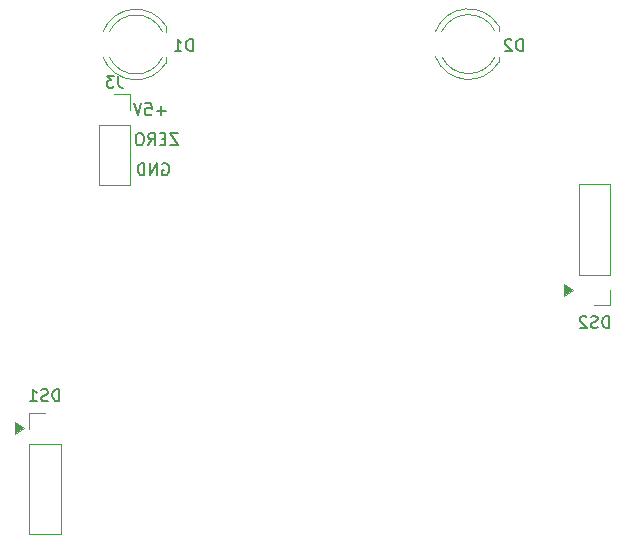
<source format=gbr>
%TF.GenerationSoftware,KiCad,Pcbnew,(5.1.9)-1*%
%TF.CreationDate,2021-09-08T17:50:27-06:00*%
%TF.ProjectId,standby_altimeter,7374616e-6462-4795-9f61-6c74696d6574,rev?*%
%TF.SameCoordinates,Original*%
%TF.FileFunction,Legend,Bot*%
%TF.FilePolarity,Positive*%
%FSLAX46Y46*%
G04 Gerber Fmt 4.6, Leading zero omitted, Abs format (unit mm)*
G04 Created by KiCad (PCBNEW (5.1.9)-1) date 2021-09-08 17:50:27*
%MOMM*%
%LPD*%
G01*
G04 APERTURE LIST*
%ADD10C,0.100000*%
%ADD11C,0.150000*%
%ADD12C,0.120000*%
G04 APERTURE END LIST*
D10*
G36*
X211787515Y-89675452D02*
G01*
X211025515Y-90183452D01*
X211025515Y-89167452D01*
X211787515Y-89675452D01*
G37*
X211787515Y-89675452D02*
X211025515Y-90183452D01*
X211025515Y-89167452D01*
X211787515Y-89675452D01*
G36*
X165305515Y-101359452D02*
G01*
X164543515Y-101867452D01*
X164543515Y-100851452D01*
X165305515Y-101359452D01*
G37*
X165305515Y-101359452D02*
X164543515Y-101867452D01*
X164543515Y-100851452D01*
X165305515Y-101359452D01*
D11*
X176989419Y-79015452D02*
X177084657Y-78967832D01*
X177227515Y-78967832D01*
X177370372Y-79015452D01*
X177465610Y-79110690D01*
X177513229Y-79205928D01*
X177560848Y-79396404D01*
X177560848Y-79539261D01*
X177513229Y-79729737D01*
X177465610Y-79824975D01*
X177370372Y-79920213D01*
X177227515Y-79967832D01*
X177132276Y-79967832D01*
X176989419Y-79920213D01*
X176941800Y-79872594D01*
X176941800Y-79539261D01*
X177132276Y-79539261D01*
X176513229Y-79967832D02*
X176513229Y-78967832D01*
X175941800Y-79967832D01*
X175941800Y-78967832D01*
X175465610Y-79967832D02*
X175465610Y-78967832D01*
X175227515Y-78967832D01*
X175084657Y-79015452D01*
X174989419Y-79110690D01*
X174941800Y-79205928D01*
X174894181Y-79396404D01*
X174894181Y-79539261D01*
X174941800Y-79729737D01*
X174989419Y-79824975D01*
X175084657Y-79920213D01*
X175227515Y-79967832D01*
X175465610Y-79967832D01*
X178291038Y-76427832D02*
X177624372Y-76427832D01*
X178291038Y-77427832D01*
X177624372Y-77427832D01*
X177243419Y-76904023D02*
X176910086Y-76904023D01*
X176767229Y-77427832D02*
X177243419Y-77427832D01*
X177243419Y-76427832D01*
X176767229Y-76427832D01*
X175767229Y-77427832D02*
X176100562Y-76951642D01*
X176338657Y-77427832D02*
X176338657Y-76427832D01*
X175957705Y-76427832D01*
X175862467Y-76475452D01*
X175814848Y-76523071D01*
X175767229Y-76618309D01*
X175767229Y-76761166D01*
X175814848Y-76856404D01*
X175862467Y-76904023D01*
X175957705Y-76951642D01*
X176338657Y-76951642D01*
X175148181Y-76427832D02*
X174957705Y-76427832D01*
X174862467Y-76475452D01*
X174767229Y-76570690D01*
X174719610Y-76761166D01*
X174719610Y-77094499D01*
X174767229Y-77284975D01*
X174862467Y-77380213D01*
X174957705Y-77427832D01*
X175148181Y-77427832D01*
X175243419Y-77380213D01*
X175338657Y-77284975D01*
X175386276Y-77094499D01*
X175386276Y-76761166D01*
X175338657Y-76570690D01*
X175243419Y-76475452D01*
X175148181Y-76427832D01*
X177259229Y-74506880D02*
X176497324Y-74506880D01*
X176878276Y-74887832D02*
X176878276Y-74125928D01*
X175544943Y-73887832D02*
X176021134Y-73887832D01*
X176068753Y-74364023D01*
X176021134Y-74316404D01*
X175925895Y-74268785D01*
X175687800Y-74268785D01*
X175592562Y-74316404D01*
X175544943Y-74364023D01*
X175497324Y-74459261D01*
X175497324Y-74697356D01*
X175544943Y-74792594D01*
X175592562Y-74840213D01*
X175687800Y-74887832D01*
X175925895Y-74887832D01*
X176021134Y-74840213D01*
X176068753Y-74792594D01*
X175211610Y-73887832D02*
X174878276Y-74887832D01*
X174544943Y-73887832D01*
D12*
%TO.C,D2*%
X200640328Y-69961003D02*
G75*
G03*
X205149491Y-69960574I2254479J1080429D01*
G01*
X200640328Y-67800145D02*
G75*
G02*
X205149491Y-67800574I2254479J-1080429D01*
G01*
X200106992Y-69961401D02*
G75*
G03*
X205454807Y-70425404I2787815J1080827D01*
G01*
X200106992Y-67799747D02*
G75*
G02*
X205454807Y-67335744I2787815J-1080827D01*
G01*
X205454807Y-67335574D02*
X205454807Y-67800574D01*
X205454807Y-69960574D02*
X205454807Y-70425574D01*
%TO.C,D1*%
X172484830Y-69993003D02*
G75*
G03*
X176993993Y-69992574I2254479J1080429D01*
G01*
X172484830Y-67832145D02*
G75*
G02*
X176993993Y-67832574I2254479J-1080429D01*
G01*
X171951494Y-69993401D02*
G75*
G03*
X177299309Y-70457404I2787815J1080827D01*
G01*
X171951494Y-67831747D02*
G75*
G02*
X177299309Y-67367744I2787815J-1080827D01*
G01*
X177299309Y-67367574D02*
X177299309Y-67832574D01*
X177299309Y-69992574D02*
X177299309Y-70457574D01*
%TO.C,J3*%
X174255515Y-73105452D02*
X172925515Y-73105452D01*
X174255515Y-74435452D02*
X174255515Y-73105452D01*
X174255515Y-75705452D02*
X171595515Y-75705452D01*
X171595515Y-75705452D02*
X171595515Y-80845452D01*
X174255515Y-75705452D02*
X174255515Y-80845452D01*
X174255515Y-80845452D02*
X171595515Y-80845452D01*
%TO.C,DS2*%
X213565515Y-91005452D02*
X214895515Y-91005452D01*
X214895515Y-91005452D02*
X214895515Y-89675452D01*
X214895515Y-88405452D02*
X214895515Y-80725452D01*
X212235515Y-80725452D02*
X214895515Y-80725452D01*
X212235515Y-88405452D02*
X212235515Y-80725452D01*
X212235515Y-88405452D02*
X214895515Y-88405452D01*
%TO.C,DS1*%
X167028601Y-100097091D02*
X165698601Y-100097091D01*
X165698601Y-100097091D02*
X165698601Y-101427091D01*
X165698601Y-102697091D02*
X165698601Y-110377091D01*
X168358601Y-110377091D02*
X165698601Y-110377091D01*
X168358601Y-102697091D02*
X168358601Y-110377091D01*
X168358601Y-102697091D02*
X165698601Y-102697091D01*
%TO.C,D2*%
D11*
X207480113Y-69465367D02*
X207480113Y-68465367D01*
X207242018Y-68465367D01*
X207099160Y-68512987D01*
X207003922Y-68608225D01*
X206956303Y-68703463D01*
X206908684Y-68893939D01*
X206908684Y-69036796D01*
X206956303Y-69227272D01*
X207003922Y-69322510D01*
X207099160Y-69417748D01*
X207242018Y-69465367D01*
X207480113Y-69465367D01*
X206527732Y-68560606D02*
X206480113Y-68512987D01*
X206384875Y-68465367D01*
X206146779Y-68465367D01*
X206051541Y-68512987D01*
X206003922Y-68560606D01*
X205956303Y-68655844D01*
X205956303Y-68751082D01*
X206003922Y-68893939D01*
X206575351Y-69465367D01*
X205956303Y-69465367D01*
%TO.C,D1*%
X179540113Y-69465367D02*
X179540113Y-68465367D01*
X179302018Y-68465367D01*
X179159160Y-68512987D01*
X179063922Y-68608225D01*
X179016303Y-68703463D01*
X178968684Y-68893939D01*
X178968684Y-69036796D01*
X179016303Y-69227272D01*
X179063922Y-69322510D01*
X179159160Y-69417748D01*
X179302018Y-69465367D01*
X179540113Y-69465367D01*
X178016303Y-69465367D02*
X178587732Y-69465367D01*
X178302018Y-69465367D02*
X178302018Y-68465367D01*
X178397256Y-68608225D01*
X178492494Y-68703463D01*
X178587732Y-68751082D01*
%TO.C,J3*%
X173258848Y-71557832D02*
X173258848Y-72272118D01*
X173306467Y-72414975D01*
X173401705Y-72510213D01*
X173544562Y-72557832D01*
X173639800Y-72557832D01*
X172877895Y-71557832D02*
X172258848Y-71557832D01*
X172592181Y-71938785D01*
X172449324Y-71938785D01*
X172354086Y-71986404D01*
X172306467Y-72034023D01*
X172258848Y-72129261D01*
X172258848Y-72367356D01*
X172306467Y-72462594D01*
X172354086Y-72510213D01*
X172449324Y-72557832D01*
X172735038Y-72557832D01*
X172830276Y-72510213D01*
X172877895Y-72462594D01*
%TO.C,DS2*%
X214779800Y-92897832D02*
X214779800Y-91897832D01*
X214541705Y-91897832D01*
X214398848Y-91945452D01*
X214303610Y-92040690D01*
X214255991Y-92135928D01*
X214208372Y-92326404D01*
X214208372Y-92469261D01*
X214255991Y-92659737D01*
X214303610Y-92754975D01*
X214398848Y-92850213D01*
X214541705Y-92897832D01*
X214779800Y-92897832D01*
X213827419Y-92850213D02*
X213684562Y-92897832D01*
X213446467Y-92897832D01*
X213351229Y-92850213D01*
X213303610Y-92802594D01*
X213255991Y-92707356D01*
X213255991Y-92612118D01*
X213303610Y-92516880D01*
X213351229Y-92469261D01*
X213446467Y-92421642D01*
X213636943Y-92374023D01*
X213732181Y-92326404D01*
X213779800Y-92278785D01*
X213827419Y-92183547D01*
X213827419Y-92088309D01*
X213779800Y-91993071D01*
X213732181Y-91945452D01*
X213636943Y-91897832D01*
X213398848Y-91897832D01*
X213255991Y-91945452D01*
X212875038Y-91993071D02*
X212827419Y-91945452D01*
X212732181Y-91897832D01*
X212494086Y-91897832D01*
X212398848Y-91945452D01*
X212351229Y-91993071D01*
X212303610Y-92088309D01*
X212303610Y-92183547D01*
X212351229Y-92326404D01*
X212922657Y-92897832D01*
X212303610Y-92897832D01*
%TO.C,DS1*%
X168242886Y-99109471D02*
X168242886Y-98109471D01*
X168004791Y-98109471D01*
X167861934Y-98157091D01*
X167766696Y-98252329D01*
X167719077Y-98347567D01*
X167671458Y-98538043D01*
X167671458Y-98680900D01*
X167719077Y-98871376D01*
X167766696Y-98966614D01*
X167861934Y-99061852D01*
X168004791Y-99109471D01*
X168242886Y-99109471D01*
X167290505Y-99061852D02*
X167147648Y-99109471D01*
X166909553Y-99109471D01*
X166814315Y-99061852D01*
X166766696Y-99014233D01*
X166719077Y-98918995D01*
X166719077Y-98823757D01*
X166766696Y-98728519D01*
X166814315Y-98680900D01*
X166909553Y-98633281D01*
X167100029Y-98585662D01*
X167195267Y-98538043D01*
X167242886Y-98490424D01*
X167290505Y-98395186D01*
X167290505Y-98299948D01*
X167242886Y-98204710D01*
X167195267Y-98157091D01*
X167100029Y-98109471D01*
X166861934Y-98109471D01*
X166719077Y-98157091D01*
X165766696Y-99109471D02*
X166338124Y-99109471D01*
X166052410Y-99109471D02*
X166052410Y-98109471D01*
X166147648Y-98252329D01*
X166242886Y-98347567D01*
X166338124Y-98395186D01*
%TD*%
M02*

</source>
